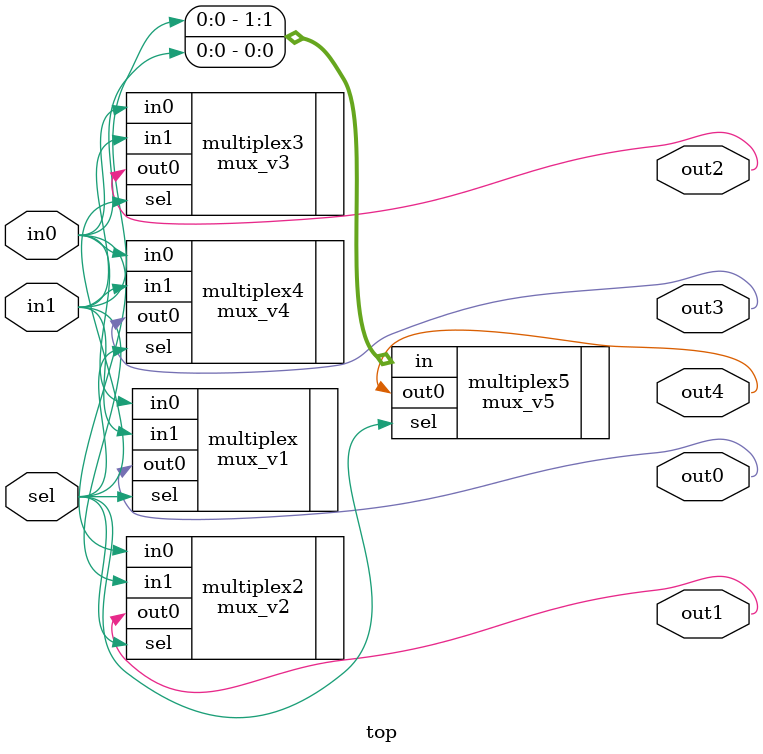
<source format=v>
module top (input wire in0,
				input wire in1,
				input wire sel,
				output wire out0,
				output wire out1,
				output wire out2,
				output wire out3,
				output wire out4
				);
mux_v1 multiplex (.in0(in0),
						.in1(in1),
						.sel(sel),
						.out0(out0)
						);
mux_v2 multiplex2 (.in0(in0),
						.in1(in1),
						.sel(sel),
						.out0(out1)
						);
mux_v3 multiplex3 (.in0(in0),
						.in1(in1),
						.sel(sel),
						.out0(out2)
						);
mux_v4 multiplex4 (.in0(in0),
						.in1(in1),
						.sel(sel),
						.out0(out3)
						);
mux_v5 multiplex5 (.in({in1,in0}),
						.sel(sel),
						.out0(out4)
						);
endmodule // top 
</source>
